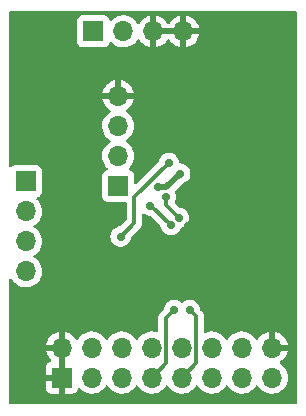
<source format=gbl>
G04 #@! TF.GenerationSoftware,KiCad,Pcbnew,(6.0.7)*
G04 #@! TF.CreationDate,2023-06-30T23:32:05-07:00*
G04 #@! TF.ProjectId,RFD900 Interface,52464439-3030-4204-996e-746572666163,rev?*
G04 #@! TF.SameCoordinates,Original*
G04 #@! TF.FileFunction,Copper,L2,Bot*
G04 #@! TF.FilePolarity,Positive*
%FSLAX46Y46*%
G04 Gerber Fmt 4.6, Leading zero omitted, Abs format (unit mm)*
G04 Created by KiCad (PCBNEW (6.0.7)) date 2023-06-30 23:32:05*
%MOMM*%
%LPD*%
G01*
G04 APERTURE LIST*
G04 #@! TA.AperFunction,ComponentPad*
%ADD10R,1.700000X1.700000*%
G04 #@! TD*
G04 #@! TA.AperFunction,ComponentPad*
%ADD11O,1.700000X1.700000*%
G04 #@! TD*
G04 #@! TA.AperFunction,ViaPad*
%ADD12C,0.700000*%
G04 #@! TD*
G04 #@! TA.AperFunction,Conductor*
%ADD13C,0.500000*%
G04 #@! TD*
G04 #@! TA.AperFunction,Conductor*
%ADD14C,0.300000*%
G04 #@! TD*
G04 APERTURE END LIST*
D10*
X27325000Y-40300000D03*
D11*
X27325000Y-42840000D03*
X27325000Y-45380000D03*
X27325000Y-47920000D03*
D10*
X35150000Y-40700000D03*
D11*
X35150000Y-38160000D03*
X35150000Y-35620000D03*
X35150000Y-33080000D03*
D10*
X33050000Y-27600000D03*
D11*
X35590000Y-27600000D03*
X38130000Y-27600000D03*
X40670000Y-27600000D03*
D10*
X30380000Y-56915000D03*
D11*
X30380000Y-54375000D03*
X32920000Y-56915000D03*
X32920000Y-54375000D03*
X35460000Y-56915000D03*
X35460000Y-54375000D03*
X38000000Y-56915000D03*
X38000000Y-54375000D03*
X40540000Y-56915000D03*
X40540000Y-54375000D03*
X43080000Y-56915000D03*
X43080000Y-54375000D03*
X45620000Y-56915000D03*
X45620000Y-54375000D03*
X48160000Y-56915000D03*
X48160000Y-54375000D03*
D12*
X44750000Y-38975000D03*
X49100000Y-31400000D03*
X34650000Y-47200000D03*
X40725000Y-37350000D03*
X43750000Y-46250000D03*
X32800000Y-40450000D03*
X27351580Y-26940180D03*
X35025000Y-50975000D03*
X49850000Y-31400000D03*
X32300000Y-32225000D03*
X40325000Y-34825000D03*
X37167653Y-45454986D03*
X33375000Y-39225000D03*
X31500000Y-32225000D03*
X44925000Y-42875000D03*
X41301752Y-42337491D03*
X43025000Y-28000000D03*
X45450000Y-43750000D03*
X37175000Y-36625000D03*
X41100000Y-44050000D03*
X49975000Y-39225000D03*
X40400000Y-39650000D03*
X38525000Y-40825000D03*
X39430791Y-38725000D03*
X35351068Y-44973932D03*
X39173942Y-41624500D03*
X41200000Y-51200500D03*
X40275000Y-43375000D03*
X39900000Y-51175000D03*
X37875000Y-42350000D03*
X39604400Y-44029646D03*
D13*
X39225000Y-40825000D02*
X40400000Y-39650000D01*
X38525000Y-40825000D02*
X39225000Y-40825000D01*
D14*
X36525000Y-41630791D02*
X39430791Y-38725000D01*
X36525000Y-43800000D02*
X36525000Y-41630791D01*
X35351068Y-44973932D02*
X36525000Y-43800000D01*
X41200000Y-51200500D02*
X41740000Y-51740500D01*
X41740000Y-51740500D02*
X41740000Y-55715000D01*
X39173942Y-42273942D02*
X40275000Y-43375000D01*
X41740000Y-55715000D02*
X40540000Y-56915000D01*
X39173942Y-41624500D02*
X39173942Y-42273942D01*
X37875000Y-42350000D02*
X37924754Y-42350000D01*
X39200000Y-51875000D02*
X39200000Y-55715000D01*
X39200000Y-55715000D02*
X38000000Y-56915000D01*
X39900000Y-51175000D02*
X39200000Y-51875000D01*
X37924754Y-42350000D02*
X39604400Y-44029646D01*
G04 #@! TA.AperFunction,Conductor*
G36*
X50233621Y-25928502D02*
G01*
X50280114Y-25982158D01*
X50291500Y-26034500D01*
X50291500Y-59055500D01*
X50271498Y-59123621D01*
X50217842Y-59170114D01*
X50165500Y-59181500D01*
X26034500Y-59181500D01*
X25966379Y-59161498D01*
X25919886Y-59107842D01*
X25908500Y-59055500D01*
X25908500Y-57809669D01*
X29022001Y-57809669D01*
X29022371Y-57816490D01*
X29027895Y-57867352D01*
X29031521Y-57882604D01*
X29076676Y-58003054D01*
X29085214Y-58018649D01*
X29161715Y-58120724D01*
X29174276Y-58133285D01*
X29276351Y-58209786D01*
X29291946Y-58218324D01*
X29412394Y-58263478D01*
X29427649Y-58267105D01*
X29478514Y-58272631D01*
X29485328Y-58273000D01*
X30107885Y-58273000D01*
X30123124Y-58268525D01*
X30124329Y-58267135D01*
X30126000Y-58259452D01*
X30126000Y-58254884D01*
X30634000Y-58254884D01*
X30638475Y-58270123D01*
X30639865Y-58271328D01*
X30647548Y-58272999D01*
X31274669Y-58272999D01*
X31281490Y-58272629D01*
X31332352Y-58267105D01*
X31347604Y-58263479D01*
X31468054Y-58218324D01*
X31483649Y-58209786D01*
X31585724Y-58133285D01*
X31598285Y-58120724D01*
X31674786Y-58018649D01*
X31683324Y-58003054D01*
X31724225Y-57893952D01*
X31766867Y-57837188D01*
X31833428Y-57812488D01*
X31902777Y-57827696D01*
X31937444Y-57855684D01*
X31962865Y-57885031D01*
X31962869Y-57885035D01*
X31966250Y-57888938D01*
X32138126Y-58031632D01*
X32331000Y-58144338D01*
X32539692Y-58224030D01*
X32544760Y-58225061D01*
X32544763Y-58225062D01*
X32652017Y-58246883D01*
X32758597Y-58268567D01*
X32763772Y-58268757D01*
X32763774Y-58268757D01*
X32976673Y-58276564D01*
X32976677Y-58276564D01*
X32981837Y-58276753D01*
X32986957Y-58276097D01*
X32986959Y-58276097D01*
X33198288Y-58249025D01*
X33198289Y-58249025D01*
X33203416Y-58248368D01*
X33208366Y-58246883D01*
X33412429Y-58185661D01*
X33412434Y-58185659D01*
X33417384Y-58184174D01*
X33617994Y-58085896D01*
X33799860Y-57956173D01*
X33958096Y-57798489D01*
X34088453Y-57617077D01*
X34089776Y-57618028D01*
X34136645Y-57574857D01*
X34206580Y-57562625D01*
X34272026Y-57590144D01*
X34299875Y-57621994D01*
X34359987Y-57720088D01*
X34506250Y-57888938D01*
X34678126Y-58031632D01*
X34871000Y-58144338D01*
X35079692Y-58224030D01*
X35084760Y-58225061D01*
X35084763Y-58225062D01*
X35192017Y-58246883D01*
X35298597Y-58268567D01*
X35303772Y-58268757D01*
X35303774Y-58268757D01*
X35516673Y-58276564D01*
X35516677Y-58276564D01*
X35521837Y-58276753D01*
X35526957Y-58276097D01*
X35526959Y-58276097D01*
X35738288Y-58249025D01*
X35738289Y-58249025D01*
X35743416Y-58248368D01*
X35748366Y-58246883D01*
X35952429Y-58185661D01*
X35952434Y-58185659D01*
X35957384Y-58184174D01*
X36157994Y-58085896D01*
X36339860Y-57956173D01*
X36498096Y-57798489D01*
X36628453Y-57617077D01*
X36629776Y-57618028D01*
X36676645Y-57574857D01*
X36746580Y-57562625D01*
X36812026Y-57590144D01*
X36839875Y-57621994D01*
X36899987Y-57720088D01*
X37046250Y-57888938D01*
X37218126Y-58031632D01*
X37411000Y-58144338D01*
X37619692Y-58224030D01*
X37624760Y-58225061D01*
X37624763Y-58225062D01*
X37732017Y-58246883D01*
X37838597Y-58268567D01*
X37843772Y-58268757D01*
X37843774Y-58268757D01*
X38056673Y-58276564D01*
X38056677Y-58276564D01*
X38061837Y-58276753D01*
X38066957Y-58276097D01*
X38066959Y-58276097D01*
X38278288Y-58249025D01*
X38278289Y-58249025D01*
X38283416Y-58248368D01*
X38288366Y-58246883D01*
X38492429Y-58185661D01*
X38492434Y-58185659D01*
X38497384Y-58184174D01*
X38697994Y-58085896D01*
X38879860Y-57956173D01*
X39038096Y-57798489D01*
X39168453Y-57617077D01*
X39169776Y-57618028D01*
X39216645Y-57574857D01*
X39286580Y-57562625D01*
X39352026Y-57590144D01*
X39379875Y-57621994D01*
X39439987Y-57720088D01*
X39586250Y-57888938D01*
X39758126Y-58031632D01*
X39951000Y-58144338D01*
X40159692Y-58224030D01*
X40164760Y-58225061D01*
X40164763Y-58225062D01*
X40272017Y-58246883D01*
X40378597Y-58268567D01*
X40383772Y-58268757D01*
X40383774Y-58268757D01*
X40596673Y-58276564D01*
X40596677Y-58276564D01*
X40601837Y-58276753D01*
X40606957Y-58276097D01*
X40606959Y-58276097D01*
X40818288Y-58249025D01*
X40818289Y-58249025D01*
X40823416Y-58248368D01*
X40828366Y-58246883D01*
X41032429Y-58185661D01*
X41032434Y-58185659D01*
X41037384Y-58184174D01*
X41237994Y-58085896D01*
X41419860Y-57956173D01*
X41578096Y-57798489D01*
X41708453Y-57617077D01*
X41709776Y-57618028D01*
X41756645Y-57574857D01*
X41826580Y-57562625D01*
X41892026Y-57590144D01*
X41919875Y-57621994D01*
X41979987Y-57720088D01*
X42126250Y-57888938D01*
X42298126Y-58031632D01*
X42491000Y-58144338D01*
X42699692Y-58224030D01*
X42704760Y-58225061D01*
X42704763Y-58225062D01*
X42812017Y-58246883D01*
X42918597Y-58268567D01*
X42923772Y-58268757D01*
X42923774Y-58268757D01*
X43136673Y-58276564D01*
X43136677Y-58276564D01*
X43141837Y-58276753D01*
X43146957Y-58276097D01*
X43146959Y-58276097D01*
X43358288Y-58249025D01*
X43358289Y-58249025D01*
X43363416Y-58248368D01*
X43368366Y-58246883D01*
X43572429Y-58185661D01*
X43572434Y-58185659D01*
X43577384Y-58184174D01*
X43777994Y-58085896D01*
X43959860Y-57956173D01*
X44118096Y-57798489D01*
X44248453Y-57617077D01*
X44249776Y-57618028D01*
X44296645Y-57574857D01*
X44366580Y-57562625D01*
X44432026Y-57590144D01*
X44459875Y-57621994D01*
X44519987Y-57720088D01*
X44666250Y-57888938D01*
X44838126Y-58031632D01*
X45031000Y-58144338D01*
X45239692Y-58224030D01*
X45244760Y-58225061D01*
X45244763Y-58225062D01*
X45352017Y-58246883D01*
X45458597Y-58268567D01*
X45463772Y-58268757D01*
X45463774Y-58268757D01*
X45676673Y-58276564D01*
X45676677Y-58276564D01*
X45681837Y-58276753D01*
X45686957Y-58276097D01*
X45686959Y-58276097D01*
X45898288Y-58249025D01*
X45898289Y-58249025D01*
X45903416Y-58248368D01*
X45908366Y-58246883D01*
X46112429Y-58185661D01*
X46112434Y-58185659D01*
X46117384Y-58184174D01*
X46317994Y-58085896D01*
X46499860Y-57956173D01*
X46658096Y-57798489D01*
X46788453Y-57617077D01*
X46789776Y-57618028D01*
X46836645Y-57574857D01*
X46906580Y-57562625D01*
X46972026Y-57590144D01*
X46999875Y-57621994D01*
X47059987Y-57720088D01*
X47206250Y-57888938D01*
X47378126Y-58031632D01*
X47571000Y-58144338D01*
X47779692Y-58224030D01*
X47784760Y-58225061D01*
X47784763Y-58225062D01*
X47892017Y-58246883D01*
X47998597Y-58268567D01*
X48003772Y-58268757D01*
X48003774Y-58268757D01*
X48216673Y-58276564D01*
X48216677Y-58276564D01*
X48221837Y-58276753D01*
X48226957Y-58276097D01*
X48226959Y-58276097D01*
X48438288Y-58249025D01*
X48438289Y-58249025D01*
X48443416Y-58248368D01*
X48448366Y-58246883D01*
X48652429Y-58185661D01*
X48652434Y-58185659D01*
X48657384Y-58184174D01*
X48857994Y-58085896D01*
X49039860Y-57956173D01*
X49198096Y-57798489D01*
X49328453Y-57617077D01*
X49349320Y-57574857D01*
X49425136Y-57421453D01*
X49425137Y-57421451D01*
X49427430Y-57416811D01*
X49492370Y-57203069D01*
X49521529Y-56981590D01*
X49523156Y-56915000D01*
X49504852Y-56692361D01*
X49450431Y-56475702D01*
X49361354Y-56270840D01*
X49240014Y-56083277D01*
X49089670Y-55918051D01*
X49085619Y-55914852D01*
X49085615Y-55914848D01*
X48918414Y-55782800D01*
X48918410Y-55782798D01*
X48914359Y-55779598D01*
X48872569Y-55756529D01*
X48822598Y-55706097D01*
X48807826Y-55636654D01*
X48832942Y-55570248D01*
X48860294Y-55543641D01*
X49035328Y-55418792D01*
X49043200Y-55412139D01*
X49194052Y-55261812D01*
X49200730Y-55253965D01*
X49325003Y-55081020D01*
X49330313Y-55072183D01*
X49424670Y-54881267D01*
X49428469Y-54871672D01*
X49490377Y-54667910D01*
X49492555Y-54657837D01*
X49493986Y-54646962D01*
X49491775Y-54632778D01*
X49478617Y-54629000D01*
X48032000Y-54629000D01*
X47963879Y-54608998D01*
X47917386Y-54555342D01*
X47906000Y-54503000D01*
X47906000Y-54102885D01*
X48414000Y-54102885D01*
X48418475Y-54118124D01*
X48419865Y-54119329D01*
X48427548Y-54121000D01*
X49478344Y-54121000D01*
X49491875Y-54117027D01*
X49493180Y-54107947D01*
X49451214Y-53940875D01*
X49447894Y-53931124D01*
X49362972Y-53735814D01*
X49358105Y-53726739D01*
X49242426Y-53547926D01*
X49236136Y-53539757D01*
X49092806Y-53382240D01*
X49085273Y-53375215D01*
X48918139Y-53243222D01*
X48909552Y-53237517D01*
X48723117Y-53134599D01*
X48713705Y-53130369D01*
X48512959Y-53059280D01*
X48502988Y-53056646D01*
X48431837Y-53043972D01*
X48418540Y-53045432D01*
X48414000Y-53059989D01*
X48414000Y-54102885D01*
X47906000Y-54102885D01*
X47906000Y-53058102D01*
X47902082Y-53044758D01*
X47887806Y-53042771D01*
X47849324Y-53048660D01*
X47839288Y-53051051D01*
X47636868Y-53117212D01*
X47627359Y-53121209D01*
X47438463Y-53219542D01*
X47429738Y-53225036D01*
X47259433Y-53352905D01*
X47251726Y-53359748D01*
X47104590Y-53513717D01*
X47098109Y-53521722D01*
X46993498Y-53675074D01*
X46938587Y-53720076D01*
X46868062Y-53728247D01*
X46804315Y-53696993D01*
X46783618Y-53672509D01*
X46702822Y-53547617D01*
X46702820Y-53547614D01*
X46700014Y-53543277D01*
X46549670Y-53378051D01*
X46545619Y-53374852D01*
X46545615Y-53374848D01*
X46378414Y-53242800D01*
X46378410Y-53242798D01*
X46374359Y-53239598D01*
X46338028Y-53219542D01*
X46299252Y-53198137D01*
X46178789Y-53131638D01*
X46173920Y-53129914D01*
X46173916Y-53129912D01*
X45973087Y-53058795D01*
X45973083Y-53058794D01*
X45968212Y-53057069D01*
X45963119Y-53056162D01*
X45963116Y-53056161D01*
X45753373Y-53018800D01*
X45753367Y-53018799D01*
X45748284Y-53017894D01*
X45674452Y-53016992D01*
X45530081Y-53015228D01*
X45530079Y-53015228D01*
X45524911Y-53015165D01*
X45304091Y-53048955D01*
X45091756Y-53118357D01*
X44893607Y-53221507D01*
X44889474Y-53224610D01*
X44889471Y-53224612D01*
X44865247Y-53242800D01*
X44714965Y-53355635D01*
X44560629Y-53517138D01*
X44453201Y-53674621D01*
X44398293Y-53719621D01*
X44327768Y-53727792D01*
X44264021Y-53696538D01*
X44243324Y-53672054D01*
X44162822Y-53547617D01*
X44162820Y-53547614D01*
X44160014Y-53543277D01*
X44009670Y-53378051D01*
X44005619Y-53374852D01*
X44005615Y-53374848D01*
X43838414Y-53242800D01*
X43838410Y-53242798D01*
X43834359Y-53239598D01*
X43798028Y-53219542D01*
X43759252Y-53198137D01*
X43638789Y-53131638D01*
X43633920Y-53129914D01*
X43633916Y-53129912D01*
X43433087Y-53058795D01*
X43433083Y-53058794D01*
X43428212Y-53057069D01*
X43423119Y-53056162D01*
X43423116Y-53056161D01*
X43213373Y-53018800D01*
X43213367Y-53018799D01*
X43208284Y-53017894D01*
X43134452Y-53016992D01*
X42990081Y-53015228D01*
X42990079Y-53015228D01*
X42984911Y-53015165D01*
X42764091Y-53048955D01*
X42584665Y-53107601D01*
X42563645Y-53114471D01*
X42492681Y-53116622D01*
X42431820Y-53080066D01*
X42400383Y-53016409D01*
X42398500Y-52994706D01*
X42398500Y-51822556D01*
X42399059Y-51810700D01*
X42399059Y-51810697D01*
X42400788Y-51802963D01*
X42398562Y-51732131D01*
X42398500Y-51728173D01*
X42398500Y-51699068D01*
X42397944Y-51694668D01*
X42397012Y-51682830D01*
X42396614Y-51670139D01*
X42395562Y-51636669D01*
X42389580Y-51616079D01*
X42385570Y-51596716D01*
X42383875Y-51583296D01*
X42383875Y-51583295D01*
X42382882Y-51575436D01*
X42379966Y-51568071D01*
X42379965Y-51568067D01*
X42365874Y-51532479D01*
X42362035Y-51521269D01*
X42349145Y-51476900D01*
X42338229Y-51458443D01*
X42329534Y-51440693D01*
X42321635Y-51420744D01*
X42294477Y-51383364D01*
X42287960Y-51373443D01*
X42285546Y-51369361D01*
X42264452Y-51333693D01*
X42249291Y-51318532D01*
X42236449Y-51303497D01*
X42223841Y-51286143D01*
X42188247Y-51256697D01*
X42179469Y-51248708D01*
X42086790Y-51156029D01*
X42052764Y-51093717D01*
X42050575Y-51080106D01*
X42045055Y-51027588D01*
X42045055Y-51027586D01*
X42044365Y-51021025D01*
X42038213Y-51002089D01*
X41990641Y-50855678D01*
X41988599Y-50849393D01*
X41898367Y-50693107D01*
X41777613Y-50558996D01*
X41770794Y-50554041D01*
X41636957Y-50456803D01*
X41636956Y-50456802D01*
X41631615Y-50452922D01*
X41625587Y-50450238D01*
X41625585Y-50450237D01*
X41472783Y-50382205D01*
X41472781Y-50382205D01*
X41466752Y-50379520D01*
X41378492Y-50360760D01*
X41296689Y-50343372D01*
X41296685Y-50343372D01*
X41290232Y-50342000D01*
X41109768Y-50342000D01*
X41103315Y-50343372D01*
X41103311Y-50343372D01*
X41021508Y-50360760D01*
X40933248Y-50379520D01*
X40927219Y-50382204D01*
X40927217Y-50382205D01*
X40774416Y-50450237D01*
X40774414Y-50450238D01*
X40768386Y-50452922D01*
X40650726Y-50538407D01*
X40639913Y-50546263D01*
X40573045Y-50570122D01*
X40503894Y-50554041D01*
X40481806Y-50538153D01*
X40477613Y-50533496D01*
X40331615Y-50427422D01*
X40325587Y-50424738D01*
X40325585Y-50424737D01*
X40172783Y-50356705D01*
X40172781Y-50356705D01*
X40166752Y-50354020D01*
X40078492Y-50335260D01*
X39996689Y-50317872D01*
X39996685Y-50317872D01*
X39990232Y-50316500D01*
X39809768Y-50316500D01*
X39803315Y-50317872D01*
X39803311Y-50317872D01*
X39721508Y-50335260D01*
X39633248Y-50354020D01*
X39627219Y-50356704D01*
X39627217Y-50356705D01*
X39474416Y-50424737D01*
X39474414Y-50424738D01*
X39468386Y-50427422D01*
X39463045Y-50431302D01*
X39463044Y-50431303D01*
X39327731Y-50529613D01*
X39327729Y-50529615D01*
X39322387Y-50533496D01*
X39317966Y-50538406D01*
X39317965Y-50538407D01*
X39310892Y-50546263D01*
X39201633Y-50667607D01*
X39111401Y-50823893D01*
X39055635Y-50995525D01*
X39054945Y-51002088D01*
X39054945Y-51002089D01*
X39049425Y-51054606D01*
X39022411Y-51120263D01*
X39013210Y-51130530D01*
X38792397Y-51351343D01*
X38783618Y-51359332D01*
X38783612Y-51359337D01*
X38776920Y-51363584D01*
X38729266Y-51414331D01*
X38728395Y-51415258D01*
X38725640Y-51418100D01*
X38705073Y-51438667D01*
X38702356Y-51442170D01*
X38694648Y-51451195D01*
X38663028Y-51484867D01*
X38659207Y-51491818D01*
X38659206Y-51491819D01*
X38652697Y-51503658D01*
X38641843Y-51520182D01*
X38641019Y-51521245D01*
X38628696Y-51537132D01*
X38625549Y-51544404D01*
X38625548Y-51544406D01*
X38610346Y-51579535D01*
X38605124Y-51590195D01*
X38582876Y-51630663D01*
X38577541Y-51651441D01*
X38571142Y-51670131D01*
X38562620Y-51689824D01*
X38556546Y-51728173D01*
X38555394Y-51735448D01*
X38552987Y-51747071D01*
X38541500Y-51791812D01*
X38541500Y-51813259D01*
X38539949Y-51832969D01*
X38536594Y-51854152D01*
X38537340Y-51862043D01*
X38540941Y-51900138D01*
X38541500Y-51911996D01*
X38541500Y-52947230D01*
X38521498Y-53015351D01*
X38467842Y-53061844D01*
X38397568Y-53071948D01*
X38373439Y-53066002D01*
X38353094Y-53058797D01*
X38353085Y-53058795D01*
X38348212Y-53057069D01*
X38343119Y-53056162D01*
X38343116Y-53056161D01*
X38133373Y-53018800D01*
X38133367Y-53018799D01*
X38128284Y-53017894D01*
X38054452Y-53016992D01*
X37910081Y-53015228D01*
X37910079Y-53015228D01*
X37904911Y-53015165D01*
X37684091Y-53048955D01*
X37471756Y-53118357D01*
X37273607Y-53221507D01*
X37269474Y-53224610D01*
X37269471Y-53224612D01*
X37245247Y-53242800D01*
X37094965Y-53355635D01*
X36940629Y-53517138D01*
X36833201Y-53674621D01*
X36778293Y-53719621D01*
X36707768Y-53727792D01*
X36644021Y-53696538D01*
X36623324Y-53672054D01*
X36542822Y-53547617D01*
X36542820Y-53547614D01*
X36540014Y-53543277D01*
X36389670Y-53378051D01*
X36385619Y-53374852D01*
X36385615Y-53374848D01*
X36218414Y-53242800D01*
X36218410Y-53242798D01*
X36214359Y-53239598D01*
X36178028Y-53219542D01*
X36139252Y-53198137D01*
X36018789Y-53131638D01*
X36013920Y-53129914D01*
X36013916Y-53129912D01*
X35813087Y-53058795D01*
X35813083Y-53058794D01*
X35808212Y-53057069D01*
X35803119Y-53056162D01*
X35803116Y-53056161D01*
X35593373Y-53018800D01*
X35593367Y-53018799D01*
X35588284Y-53017894D01*
X35514452Y-53016992D01*
X35370081Y-53015228D01*
X35370079Y-53015228D01*
X35364911Y-53015165D01*
X35144091Y-53048955D01*
X34931756Y-53118357D01*
X34733607Y-53221507D01*
X34729474Y-53224610D01*
X34729471Y-53224612D01*
X34705247Y-53242800D01*
X34554965Y-53355635D01*
X34400629Y-53517138D01*
X34293201Y-53674621D01*
X34238293Y-53719621D01*
X34167768Y-53727792D01*
X34104021Y-53696538D01*
X34083324Y-53672054D01*
X34002822Y-53547617D01*
X34002820Y-53547614D01*
X34000014Y-53543277D01*
X33849670Y-53378051D01*
X33845619Y-53374852D01*
X33845615Y-53374848D01*
X33678414Y-53242800D01*
X33678410Y-53242798D01*
X33674359Y-53239598D01*
X33638028Y-53219542D01*
X33599252Y-53198137D01*
X33478789Y-53131638D01*
X33473920Y-53129914D01*
X33473916Y-53129912D01*
X33273087Y-53058795D01*
X33273083Y-53058794D01*
X33268212Y-53057069D01*
X33263119Y-53056162D01*
X33263116Y-53056161D01*
X33053373Y-53018800D01*
X33053367Y-53018799D01*
X33048284Y-53017894D01*
X32974452Y-53016992D01*
X32830081Y-53015228D01*
X32830079Y-53015228D01*
X32824911Y-53015165D01*
X32604091Y-53048955D01*
X32391756Y-53118357D01*
X32193607Y-53221507D01*
X32189474Y-53224610D01*
X32189471Y-53224612D01*
X32165247Y-53242800D01*
X32014965Y-53355635D01*
X31860629Y-53517138D01*
X31857720Y-53521403D01*
X31857714Y-53521411D01*
X31845404Y-53539457D01*
X31753204Y-53674618D01*
X31752898Y-53675066D01*
X31697987Y-53720069D01*
X31627462Y-53728240D01*
X31563715Y-53696986D01*
X31543018Y-53672502D01*
X31462426Y-53547926D01*
X31456136Y-53539757D01*
X31312806Y-53382240D01*
X31305273Y-53375215D01*
X31138139Y-53243222D01*
X31129552Y-53237517D01*
X30943117Y-53134599D01*
X30933705Y-53130369D01*
X30732959Y-53059280D01*
X30722988Y-53056646D01*
X30651837Y-53043972D01*
X30638540Y-53045432D01*
X30634000Y-53059989D01*
X30634000Y-58254884D01*
X30126000Y-58254884D01*
X30126000Y-57187115D01*
X30121525Y-57171876D01*
X30120135Y-57170671D01*
X30112452Y-57169000D01*
X29040116Y-57169000D01*
X29024877Y-57173475D01*
X29023672Y-57174865D01*
X29022001Y-57182548D01*
X29022001Y-57809669D01*
X25908500Y-57809669D01*
X25908500Y-56642885D01*
X29022000Y-56642885D01*
X29026475Y-56658124D01*
X29027865Y-56659329D01*
X29035548Y-56661000D01*
X30107885Y-56661000D01*
X30123124Y-56656525D01*
X30124329Y-56655135D01*
X30126000Y-56647452D01*
X30126000Y-54647115D01*
X30121525Y-54631876D01*
X30120135Y-54630671D01*
X30112452Y-54629000D01*
X29063225Y-54629000D01*
X29049694Y-54632973D01*
X29048257Y-54642966D01*
X29078565Y-54777446D01*
X29081645Y-54787275D01*
X29161770Y-54984603D01*
X29166413Y-54993794D01*
X29277694Y-55175388D01*
X29283777Y-55183699D01*
X29423213Y-55344667D01*
X29430578Y-55351881D01*
X29435966Y-55356354D01*
X29475599Y-55415258D01*
X29477095Y-55486239D01*
X29439978Y-55546761D01*
X29399707Y-55571278D01*
X29291948Y-55611675D01*
X29276351Y-55620214D01*
X29174276Y-55696715D01*
X29161715Y-55709276D01*
X29085214Y-55811351D01*
X29076676Y-55826946D01*
X29031522Y-55947394D01*
X29027895Y-55962649D01*
X29022369Y-56013514D01*
X29022000Y-56020328D01*
X29022000Y-56642885D01*
X25908500Y-56642885D01*
X25908500Y-54109183D01*
X29044389Y-54109183D01*
X29045912Y-54117607D01*
X29058292Y-54121000D01*
X30107885Y-54121000D01*
X30123124Y-54116525D01*
X30124329Y-54115135D01*
X30126000Y-54107452D01*
X30126000Y-53058102D01*
X30122082Y-53044758D01*
X30107806Y-53042771D01*
X30069324Y-53048660D01*
X30059288Y-53051051D01*
X29856868Y-53117212D01*
X29847359Y-53121209D01*
X29658463Y-53219542D01*
X29649738Y-53225036D01*
X29479433Y-53352905D01*
X29471726Y-53359748D01*
X29324590Y-53513717D01*
X29318104Y-53521727D01*
X29198098Y-53697649D01*
X29193000Y-53706623D01*
X29103338Y-53899783D01*
X29099775Y-53909470D01*
X29044389Y-54109183D01*
X25908500Y-54109183D01*
X25908500Y-48655391D01*
X25928502Y-48587270D01*
X25982158Y-48540777D01*
X26052432Y-48530673D01*
X26117012Y-48560167D01*
X26141933Y-48589556D01*
X26224987Y-48725088D01*
X26371250Y-48893938D01*
X26543126Y-49036632D01*
X26736000Y-49149338D01*
X26944692Y-49229030D01*
X26949760Y-49230061D01*
X26949763Y-49230062D01*
X27057017Y-49251883D01*
X27163597Y-49273567D01*
X27168772Y-49273757D01*
X27168774Y-49273757D01*
X27381673Y-49281564D01*
X27381677Y-49281564D01*
X27386837Y-49281753D01*
X27391957Y-49281097D01*
X27391959Y-49281097D01*
X27603288Y-49254025D01*
X27603289Y-49254025D01*
X27608416Y-49253368D01*
X27613366Y-49251883D01*
X27817429Y-49190661D01*
X27817434Y-49190659D01*
X27822384Y-49189174D01*
X28022994Y-49090896D01*
X28204860Y-48961173D01*
X28363096Y-48803489D01*
X28493453Y-48622077D01*
X28538628Y-48530673D01*
X28590136Y-48426453D01*
X28590137Y-48426451D01*
X28592430Y-48421811D01*
X28657370Y-48208069D01*
X28686529Y-47986590D01*
X28688156Y-47920000D01*
X28669852Y-47697361D01*
X28615431Y-47480702D01*
X28526354Y-47275840D01*
X28405014Y-47088277D01*
X28254670Y-46923051D01*
X28250619Y-46919852D01*
X28250615Y-46919848D01*
X28083414Y-46787800D01*
X28083410Y-46787798D01*
X28079359Y-46784598D01*
X28038053Y-46761796D01*
X27988084Y-46711364D01*
X27973312Y-46641921D01*
X27998428Y-46575516D01*
X28025780Y-46548909D01*
X28069603Y-46517650D01*
X28204860Y-46421173D01*
X28363096Y-46263489D01*
X28493453Y-46082077D01*
X28538628Y-45990673D01*
X28590136Y-45886453D01*
X28590137Y-45886451D01*
X28592430Y-45881811D01*
X28641133Y-45721510D01*
X28655865Y-45673023D01*
X28655865Y-45673021D01*
X28657370Y-45668069D01*
X28686529Y-45446590D01*
X28688156Y-45380000D01*
X28669852Y-45157361D01*
X28615431Y-44940702D01*
X28526354Y-44735840D01*
X28405014Y-44548277D01*
X28254670Y-44383051D01*
X28250619Y-44379852D01*
X28250615Y-44379848D01*
X28083414Y-44247800D01*
X28083410Y-44247798D01*
X28079359Y-44244598D01*
X28038053Y-44221796D01*
X27988084Y-44171364D01*
X27973312Y-44101921D01*
X27998428Y-44035516D01*
X28025780Y-44008909D01*
X28070031Y-43977345D01*
X28204860Y-43881173D01*
X28363096Y-43723489D01*
X28493453Y-43542077D01*
X28538628Y-43450673D01*
X28590136Y-43346453D01*
X28590137Y-43346451D01*
X28592430Y-43341811D01*
X28657370Y-43128069D01*
X28686529Y-42906590D01*
X28687342Y-42873325D01*
X28688074Y-42843365D01*
X28688074Y-42843361D01*
X28688156Y-42840000D01*
X28669852Y-42617361D01*
X28615431Y-42400702D01*
X28526354Y-42195840D01*
X28405014Y-42008277D01*
X28401532Y-42004450D01*
X28257798Y-41846488D01*
X28226746Y-41782642D01*
X28235141Y-41712143D01*
X28280317Y-41657375D01*
X28306761Y-41643706D01*
X28413297Y-41603767D01*
X28421705Y-41600615D01*
X28538261Y-41513261D01*
X28625615Y-41396705D01*
X28676745Y-41260316D01*
X28683500Y-41198134D01*
X28683500Y-39401866D01*
X28676745Y-39339684D01*
X28625615Y-39203295D01*
X28538261Y-39086739D01*
X28421705Y-38999385D01*
X28285316Y-38948255D01*
X28223134Y-38941500D01*
X26426866Y-38941500D01*
X26364684Y-38948255D01*
X26228295Y-38999385D01*
X26111739Y-39086739D01*
X26109834Y-39084197D01*
X26061283Y-39110708D01*
X25990468Y-39105643D01*
X25933632Y-39063096D01*
X25908821Y-38996576D01*
X25908500Y-38987587D01*
X25908500Y-38126695D01*
X33787251Y-38126695D01*
X33787548Y-38131848D01*
X33787548Y-38131851D01*
X33793011Y-38226590D01*
X33800110Y-38349715D01*
X33801247Y-38354761D01*
X33801248Y-38354767D01*
X33806975Y-38380178D01*
X33849222Y-38567639D01*
X33933266Y-38774616D01*
X33944453Y-38792872D01*
X34041372Y-38951029D01*
X34049987Y-38965088D01*
X34196250Y-39133938D01*
X34200230Y-39137242D01*
X34204981Y-39141187D01*
X34244616Y-39200090D01*
X34246113Y-39271071D01*
X34208997Y-39331593D01*
X34168724Y-39356112D01*
X34053295Y-39399385D01*
X33936739Y-39486739D01*
X33849385Y-39603295D01*
X33798255Y-39739684D01*
X33791500Y-39801866D01*
X33791500Y-41598134D01*
X33798255Y-41660316D01*
X33849385Y-41796705D01*
X33936739Y-41913261D01*
X34053295Y-42000615D01*
X34189684Y-42051745D01*
X34251866Y-42058500D01*
X35740500Y-42058500D01*
X35808621Y-42078502D01*
X35855114Y-42132158D01*
X35866500Y-42184500D01*
X35866500Y-43475050D01*
X35846498Y-43543171D01*
X35829595Y-43564145D01*
X35309417Y-44084323D01*
X35246519Y-44118475D01*
X35227216Y-44122578D01*
X35084316Y-44152952D01*
X35078287Y-44155636D01*
X35078285Y-44155637D01*
X34925484Y-44223669D01*
X34925482Y-44223670D01*
X34919454Y-44226354D01*
X34914113Y-44230234D01*
X34914112Y-44230235D01*
X34778799Y-44328545D01*
X34778797Y-44328547D01*
X34773455Y-44332428D01*
X34769034Y-44337338D01*
X34769033Y-44337339D01*
X34744692Y-44364373D01*
X34652701Y-44466539D01*
X34562469Y-44622825D01*
X34560427Y-44629110D01*
X34521376Y-44749299D01*
X34506703Y-44794457D01*
X34487839Y-44973932D01*
X34506703Y-45153407D01*
X34508743Y-45159685D01*
X34508743Y-45159686D01*
X34539893Y-45255557D01*
X34562469Y-45325039D01*
X34652701Y-45481325D01*
X34773455Y-45615436D01*
X34778797Y-45619317D01*
X34778799Y-45619319D01*
X34914111Y-45717629D01*
X34919453Y-45721510D01*
X34925481Y-45724194D01*
X34925483Y-45724195D01*
X35078285Y-45792227D01*
X35084316Y-45794912D01*
X35172576Y-45813672D01*
X35254379Y-45831060D01*
X35254383Y-45831060D01*
X35260836Y-45832432D01*
X35441300Y-45832432D01*
X35447753Y-45831060D01*
X35447757Y-45831060D01*
X35529560Y-45813672D01*
X35617820Y-45794912D01*
X35623851Y-45792227D01*
X35776653Y-45724195D01*
X35776655Y-45724194D01*
X35782683Y-45721510D01*
X35788025Y-45717629D01*
X35923337Y-45619319D01*
X35923339Y-45619317D01*
X35928681Y-45615436D01*
X36049435Y-45481325D01*
X36139667Y-45325039D01*
X36162243Y-45255557D01*
X36193393Y-45159686D01*
X36193393Y-45159685D01*
X36195433Y-45153407D01*
X36201643Y-45094326D01*
X36228657Y-45028669D01*
X36237858Y-45018402D01*
X36932605Y-44323655D01*
X36941385Y-44315665D01*
X36941387Y-44315663D01*
X36948080Y-44311416D01*
X36996605Y-44259742D01*
X36999359Y-44256901D01*
X37019927Y-44236333D01*
X37022647Y-44232826D01*
X37030353Y-44223804D01*
X37056544Y-44195913D01*
X37061972Y-44190133D01*
X37065794Y-44183181D01*
X37072303Y-44171342D01*
X37083157Y-44154818D01*
X37091445Y-44144132D01*
X37096304Y-44137868D01*
X37101759Y-44125263D01*
X37114654Y-44095465D01*
X37119876Y-44084805D01*
X37138305Y-44051284D01*
X37138306Y-44051282D01*
X37142124Y-44044337D01*
X37147459Y-44023559D01*
X37153858Y-44004869D01*
X37162380Y-43985176D01*
X37169606Y-43939552D01*
X37172013Y-43927929D01*
X37181528Y-43890868D01*
X37183500Y-43883188D01*
X37183500Y-43861741D01*
X37185051Y-43842031D01*
X37187166Y-43828677D01*
X37188406Y-43820848D01*
X37184059Y-43774859D01*
X37183500Y-43763004D01*
X37183500Y-43156049D01*
X37203502Y-43087928D01*
X37257158Y-43041435D01*
X37327432Y-43031331D01*
X37383560Y-43054113D01*
X37443385Y-43097578D01*
X37449413Y-43100262D01*
X37449415Y-43100263D01*
X37602217Y-43168295D01*
X37608248Y-43170980D01*
X37694184Y-43189246D01*
X37778311Y-43207128D01*
X37778315Y-43207128D01*
X37784768Y-43208500D01*
X37799804Y-43208500D01*
X37867925Y-43228502D01*
X37888899Y-43245405D01*
X38717610Y-44074116D01*
X38751636Y-44136428D01*
X38753825Y-44150040D01*
X38760035Y-44209121D01*
X38762075Y-44215399D01*
X38762075Y-44215400D01*
X38764762Y-44223669D01*
X38815801Y-44380753D01*
X38819104Y-44386475D01*
X38819105Y-44386476D01*
X38851089Y-44441873D01*
X38906033Y-44537039D01*
X38910451Y-44541946D01*
X38910452Y-44541947D01*
X39022365Y-44666239D01*
X39026787Y-44671150D01*
X39032129Y-44675031D01*
X39032131Y-44675033D01*
X39153509Y-44763219D01*
X39172785Y-44777224D01*
X39178813Y-44779908D01*
X39178815Y-44779909D01*
X39331617Y-44847941D01*
X39337648Y-44850626D01*
X39425908Y-44869386D01*
X39507711Y-44886774D01*
X39507715Y-44886774D01*
X39514168Y-44888146D01*
X39694632Y-44888146D01*
X39701085Y-44886774D01*
X39701089Y-44886774D01*
X39782892Y-44869386D01*
X39871152Y-44850626D01*
X39877183Y-44847941D01*
X40029985Y-44779909D01*
X40029987Y-44779908D01*
X40036015Y-44777224D01*
X40055291Y-44763219D01*
X40176669Y-44675033D01*
X40176671Y-44675031D01*
X40182013Y-44671150D01*
X40186435Y-44666239D01*
X40298348Y-44541947D01*
X40298349Y-44541946D01*
X40302767Y-44537039D01*
X40357711Y-44441873D01*
X40389695Y-44386476D01*
X40389696Y-44386475D01*
X40392999Y-44380753D01*
X40400545Y-44357530D01*
X40423973Y-44285423D01*
X40464046Y-44226817D01*
X40517612Y-44201111D01*
X40541752Y-44195980D01*
X40658204Y-44144132D01*
X40700585Y-44125263D01*
X40700587Y-44125262D01*
X40706615Y-44122578D01*
X40711957Y-44118697D01*
X40847269Y-44020387D01*
X40847271Y-44020385D01*
X40852613Y-44016504D01*
X40857035Y-44011593D01*
X40968948Y-43887301D01*
X40968949Y-43887300D01*
X40973367Y-43882393D01*
X41038865Y-43768947D01*
X41060295Y-43731830D01*
X41060296Y-43731829D01*
X41063599Y-43726107D01*
X41119365Y-43554475D01*
X41138229Y-43375000D01*
X41119365Y-43195525D01*
X41097448Y-43128069D01*
X41065641Y-43030178D01*
X41063599Y-43023893D01*
X40973367Y-42867607D01*
X40951540Y-42843365D01*
X40857035Y-42738407D01*
X40857034Y-42738406D01*
X40852613Y-42733496D01*
X40706615Y-42627422D01*
X40700587Y-42624738D01*
X40700585Y-42624737D01*
X40547783Y-42556705D01*
X40547781Y-42556705D01*
X40541752Y-42554020D01*
X40414483Y-42526969D01*
X40379549Y-42519543D01*
X40316651Y-42485391D01*
X39973926Y-42142666D01*
X39939900Y-42080354D01*
X39944965Y-42009539D01*
X39953900Y-41990574D01*
X39959237Y-41981329D01*
X39962541Y-41975607D01*
X40018307Y-41803975D01*
X40037171Y-41624500D01*
X40018307Y-41445025D01*
X39981711Y-41332393D01*
X39964582Y-41279673D01*
X39964580Y-41279669D01*
X39962541Y-41273393D01*
X39962072Y-41272581D01*
X39952915Y-41204299D01*
X39983020Y-41140001D01*
X39988362Y-41134319D01*
X40624141Y-40498540D01*
X40667259Y-40472118D01*
X40666752Y-40470980D01*
X40825585Y-40400263D01*
X40825587Y-40400262D01*
X40831615Y-40397578D01*
X40977613Y-40291504D01*
X41098367Y-40157393D01*
X41188599Y-40001107D01*
X41244365Y-39829475D01*
X41263229Y-39650000D01*
X41244365Y-39470525D01*
X41223001Y-39404771D01*
X41206816Y-39354960D01*
X41188599Y-39298893D01*
X41098367Y-39142607D01*
X41093537Y-39137242D01*
X40982035Y-39013407D01*
X40982034Y-39013406D01*
X40977613Y-39008496D01*
X40960735Y-38996233D01*
X40836957Y-38906303D01*
X40836956Y-38906302D01*
X40831615Y-38902422D01*
X40825587Y-38899738D01*
X40825585Y-38899737D01*
X40672783Y-38831705D01*
X40672781Y-38831705D01*
X40666752Y-38829020D01*
X40578492Y-38810260D01*
X40496689Y-38792872D01*
X40496685Y-38792872D01*
X40490232Y-38791500D01*
X40414461Y-38791500D01*
X40346340Y-38771498D01*
X40299847Y-38717842D01*
X40289151Y-38678671D01*
X40275846Y-38552089D01*
X40275846Y-38552088D01*
X40275156Y-38545525D01*
X40219390Y-38373893D01*
X40129158Y-38217607D01*
X40077289Y-38160000D01*
X40012826Y-38088407D01*
X40012825Y-38088406D01*
X40008404Y-38083496D01*
X39862406Y-37977422D01*
X39856378Y-37974738D01*
X39856376Y-37974737D01*
X39703574Y-37906705D01*
X39703572Y-37906705D01*
X39697543Y-37904020D01*
X39609283Y-37885260D01*
X39527480Y-37867872D01*
X39527476Y-37867872D01*
X39521023Y-37866500D01*
X39340559Y-37866500D01*
X39334106Y-37867872D01*
X39334102Y-37867872D01*
X39252299Y-37885260D01*
X39164039Y-37904020D01*
X39158010Y-37906704D01*
X39158008Y-37906705D01*
X39005207Y-37974737D01*
X39005205Y-37974738D01*
X38999177Y-37977422D01*
X38993836Y-37981302D01*
X38993835Y-37981303D01*
X38858522Y-38079613D01*
X38858520Y-38079615D01*
X38853178Y-38083496D01*
X38848757Y-38088406D01*
X38848756Y-38088407D01*
X38784294Y-38160000D01*
X38732424Y-38217607D01*
X38642192Y-38373893D01*
X38586426Y-38545525D01*
X38585736Y-38552088D01*
X38585736Y-38552089D01*
X38580216Y-38604606D01*
X38553202Y-38670263D01*
X38544001Y-38680530D01*
X36723595Y-40500936D01*
X36661283Y-40534962D01*
X36590468Y-40529897D01*
X36533632Y-40487350D01*
X36508821Y-40420830D01*
X36508500Y-40411841D01*
X36508500Y-39801866D01*
X36501745Y-39739684D01*
X36450615Y-39603295D01*
X36363261Y-39486739D01*
X36246705Y-39399385D01*
X36234132Y-39394672D01*
X36128203Y-39354960D01*
X36071439Y-39312318D01*
X36046739Y-39245756D01*
X36061947Y-39176408D01*
X36083493Y-39147727D01*
X36137489Y-39093919D01*
X36188096Y-39043489D01*
X36228266Y-38987587D01*
X36315435Y-38866277D01*
X36318453Y-38862077D01*
X36409098Y-38678671D01*
X36415136Y-38666453D01*
X36415137Y-38666451D01*
X36417430Y-38661811D01*
X36482370Y-38448069D01*
X36511529Y-38226590D01*
X36511611Y-38223240D01*
X36513074Y-38163365D01*
X36513074Y-38163361D01*
X36513156Y-38160000D01*
X36494852Y-37937361D01*
X36440431Y-37720702D01*
X36351354Y-37515840D01*
X36230014Y-37328277D01*
X36079670Y-37163051D01*
X36075619Y-37159852D01*
X36075615Y-37159848D01*
X35908414Y-37027800D01*
X35908410Y-37027798D01*
X35904359Y-37024598D01*
X35863053Y-37001796D01*
X35813084Y-36951364D01*
X35798312Y-36881921D01*
X35823428Y-36815516D01*
X35850780Y-36788909D01*
X35894603Y-36757650D01*
X36029860Y-36661173D01*
X36188096Y-36503489D01*
X36247594Y-36420689D01*
X36315435Y-36326277D01*
X36318453Y-36322077D01*
X36417430Y-36121811D01*
X36482370Y-35908069D01*
X36511529Y-35686590D01*
X36513156Y-35620000D01*
X36494852Y-35397361D01*
X36440431Y-35180702D01*
X36351354Y-34975840D01*
X36230014Y-34788277D01*
X36079670Y-34623051D01*
X36075619Y-34619852D01*
X36075615Y-34619848D01*
X35908414Y-34487800D01*
X35908410Y-34487798D01*
X35904359Y-34484598D01*
X35862569Y-34461529D01*
X35812598Y-34411097D01*
X35797826Y-34341654D01*
X35822942Y-34275248D01*
X35850294Y-34248641D01*
X36025328Y-34123792D01*
X36033200Y-34117139D01*
X36184052Y-33966812D01*
X36190730Y-33958965D01*
X36315003Y-33786020D01*
X36320313Y-33777183D01*
X36414670Y-33586267D01*
X36418469Y-33576672D01*
X36480377Y-33372910D01*
X36482555Y-33362837D01*
X36483986Y-33351962D01*
X36481775Y-33337778D01*
X36468617Y-33334000D01*
X33833225Y-33334000D01*
X33819694Y-33337973D01*
X33818257Y-33347966D01*
X33848565Y-33482446D01*
X33851645Y-33492275D01*
X33931770Y-33689603D01*
X33936413Y-33698794D01*
X34047694Y-33880388D01*
X34053777Y-33888699D01*
X34193213Y-34049667D01*
X34200580Y-34056883D01*
X34364434Y-34192916D01*
X34372881Y-34198831D01*
X34441969Y-34239203D01*
X34490693Y-34290842D01*
X34503764Y-34360625D01*
X34477033Y-34426396D01*
X34436584Y-34459752D01*
X34423607Y-34466507D01*
X34419474Y-34469610D01*
X34419471Y-34469612D01*
X34395247Y-34487800D01*
X34244965Y-34600635D01*
X34090629Y-34762138D01*
X33964743Y-34946680D01*
X33870688Y-35149305D01*
X33810989Y-35364570D01*
X33787251Y-35586695D01*
X33787548Y-35591848D01*
X33787548Y-35591851D01*
X33793011Y-35686590D01*
X33800110Y-35809715D01*
X33801247Y-35814761D01*
X33801248Y-35814767D01*
X33821119Y-35902939D01*
X33849222Y-36027639D01*
X33933266Y-36234616D01*
X34049987Y-36425088D01*
X34196250Y-36593938D01*
X34368126Y-36736632D01*
X34438595Y-36777811D01*
X34441445Y-36779476D01*
X34490169Y-36831114D01*
X34503240Y-36900897D01*
X34476509Y-36966669D01*
X34436055Y-37000027D01*
X34423607Y-37006507D01*
X34419474Y-37009610D01*
X34419471Y-37009612D01*
X34395247Y-37027800D01*
X34244965Y-37140635D01*
X34090629Y-37302138D01*
X33964743Y-37486680D01*
X33870688Y-37689305D01*
X33810989Y-37904570D01*
X33787251Y-38126695D01*
X25908500Y-38126695D01*
X25908500Y-32814183D01*
X33814389Y-32814183D01*
X33815912Y-32822607D01*
X33828292Y-32826000D01*
X34877885Y-32826000D01*
X34893124Y-32821525D01*
X34894329Y-32820135D01*
X34896000Y-32812452D01*
X34896000Y-32807885D01*
X35404000Y-32807885D01*
X35408475Y-32823124D01*
X35409865Y-32824329D01*
X35417548Y-32826000D01*
X36468344Y-32826000D01*
X36481875Y-32822027D01*
X36483180Y-32812947D01*
X36441214Y-32645875D01*
X36437894Y-32636124D01*
X36352972Y-32440814D01*
X36348105Y-32431739D01*
X36232426Y-32252926D01*
X36226136Y-32244757D01*
X36082806Y-32087240D01*
X36075273Y-32080215D01*
X35908139Y-31948222D01*
X35899552Y-31942517D01*
X35713117Y-31839599D01*
X35703705Y-31835369D01*
X35502959Y-31764280D01*
X35492988Y-31761646D01*
X35421837Y-31748972D01*
X35408540Y-31750432D01*
X35404000Y-31764989D01*
X35404000Y-32807885D01*
X34896000Y-32807885D01*
X34896000Y-31763102D01*
X34892082Y-31749758D01*
X34877806Y-31747771D01*
X34839324Y-31753660D01*
X34829288Y-31756051D01*
X34626868Y-31822212D01*
X34617359Y-31826209D01*
X34428463Y-31924542D01*
X34419738Y-31930036D01*
X34249433Y-32057905D01*
X34241726Y-32064748D01*
X34094590Y-32218717D01*
X34088104Y-32226727D01*
X33968098Y-32402649D01*
X33963000Y-32411623D01*
X33873338Y-32604783D01*
X33869775Y-32614470D01*
X33814389Y-32814183D01*
X25908500Y-32814183D01*
X25908500Y-28498134D01*
X31691500Y-28498134D01*
X31698255Y-28560316D01*
X31749385Y-28696705D01*
X31836739Y-28813261D01*
X31953295Y-28900615D01*
X32089684Y-28951745D01*
X32151866Y-28958500D01*
X33948134Y-28958500D01*
X34010316Y-28951745D01*
X34146705Y-28900615D01*
X34263261Y-28813261D01*
X34350615Y-28696705D01*
X34372799Y-28637529D01*
X34394598Y-28579382D01*
X34437240Y-28522618D01*
X34503802Y-28497918D01*
X34573150Y-28513126D01*
X34607817Y-28541114D01*
X34636250Y-28573938D01*
X34808126Y-28716632D01*
X35001000Y-28829338D01*
X35209692Y-28909030D01*
X35214760Y-28910061D01*
X35214763Y-28910062D01*
X35309862Y-28929410D01*
X35428597Y-28953567D01*
X35433772Y-28953757D01*
X35433774Y-28953757D01*
X35646673Y-28961564D01*
X35646677Y-28961564D01*
X35651837Y-28961753D01*
X35656957Y-28961097D01*
X35656959Y-28961097D01*
X35868288Y-28934025D01*
X35868289Y-28934025D01*
X35873416Y-28933368D01*
X35878366Y-28931883D01*
X36082429Y-28870661D01*
X36082434Y-28870659D01*
X36087384Y-28869174D01*
X36287994Y-28770896D01*
X36469860Y-28641173D01*
X36628096Y-28483489D01*
X36758453Y-28302077D01*
X36759640Y-28302930D01*
X36806960Y-28259362D01*
X36876897Y-28247145D01*
X36942338Y-28274678D01*
X36970166Y-28306511D01*
X37027694Y-28400388D01*
X37033777Y-28408699D01*
X37173213Y-28569667D01*
X37180580Y-28576883D01*
X37344434Y-28712916D01*
X37352881Y-28718831D01*
X37536756Y-28826279D01*
X37546042Y-28830729D01*
X37745001Y-28906703D01*
X37754899Y-28909579D01*
X37858250Y-28930606D01*
X37872299Y-28929410D01*
X37876000Y-28919065D01*
X37876000Y-28918517D01*
X38384000Y-28918517D01*
X38388064Y-28932359D01*
X38401478Y-28934393D01*
X38408184Y-28933534D01*
X38418262Y-28931392D01*
X38622255Y-28870191D01*
X38631842Y-28866433D01*
X38823095Y-28772739D01*
X38831945Y-28767464D01*
X39005328Y-28643792D01*
X39013200Y-28637139D01*
X39164052Y-28486812D01*
X39170730Y-28478965D01*
X39298022Y-28301819D01*
X39299147Y-28302627D01*
X39346669Y-28258876D01*
X39416607Y-28246661D01*
X39482046Y-28274197D01*
X39509870Y-28306028D01*
X39567690Y-28400383D01*
X39573777Y-28408699D01*
X39713213Y-28569667D01*
X39720580Y-28576883D01*
X39884434Y-28712916D01*
X39892881Y-28718831D01*
X40076756Y-28826279D01*
X40086042Y-28830729D01*
X40285001Y-28906703D01*
X40294899Y-28909579D01*
X40398250Y-28930606D01*
X40412299Y-28929410D01*
X40416000Y-28919065D01*
X40416000Y-28918517D01*
X40924000Y-28918517D01*
X40928064Y-28932359D01*
X40941478Y-28934393D01*
X40948184Y-28933534D01*
X40958262Y-28931392D01*
X41162255Y-28870191D01*
X41171842Y-28866433D01*
X41363095Y-28772739D01*
X41371945Y-28767464D01*
X41545328Y-28643792D01*
X41553200Y-28637139D01*
X41704052Y-28486812D01*
X41710730Y-28478965D01*
X41835003Y-28306020D01*
X41840313Y-28297183D01*
X41934670Y-28106267D01*
X41938469Y-28096672D01*
X42000377Y-27892910D01*
X42002555Y-27882837D01*
X42003986Y-27871962D01*
X42001775Y-27857778D01*
X41988617Y-27854000D01*
X40942115Y-27854000D01*
X40926876Y-27858475D01*
X40925671Y-27859865D01*
X40924000Y-27867548D01*
X40924000Y-28918517D01*
X40416000Y-28918517D01*
X40416000Y-27872115D01*
X40411525Y-27856876D01*
X40410135Y-27855671D01*
X40402452Y-27854000D01*
X38402115Y-27854000D01*
X38386876Y-27858475D01*
X38385671Y-27859865D01*
X38384000Y-27867548D01*
X38384000Y-28918517D01*
X37876000Y-28918517D01*
X37876000Y-27327885D01*
X38384000Y-27327885D01*
X38388475Y-27343124D01*
X38389865Y-27344329D01*
X38397548Y-27346000D01*
X40397885Y-27346000D01*
X40413124Y-27341525D01*
X40414329Y-27340135D01*
X40416000Y-27332452D01*
X40416000Y-27327885D01*
X40924000Y-27327885D01*
X40928475Y-27343124D01*
X40929865Y-27344329D01*
X40937548Y-27346000D01*
X41988344Y-27346000D01*
X42001875Y-27342027D01*
X42003180Y-27332947D01*
X41961214Y-27165875D01*
X41957894Y-27156124D01*
X41872972Y-26960814D01*
X41868105Y-26951739D01*
X41752426Y-26772926D01*
X41746136Y-26764757D01*
X41602806Y-26607240D01*
X41595273Y-26600215D01*
X41428139Y-26468222D01*
X41419552Y-26462517D01*
X41233117Y-26359599D01*
X41223705Y-26355369D01*
X41022959Y-26284280D01*
X41012988Y-26281646D01*
X40941837Y-26268972D01*
X40928540Y-26270432D01*
X40924000Y-26284989D01*
X40924000Y-27327885D01*
X40416000Y-27327885D01*
X40416000Y-26283102D01*
X40412082Y-26269758D01*
X40397806Y-26267771D01*
X40359324Y-26273660D01*
X40349288Y-26276051D01*
X40146868Y-26342212D01*
X40137359Y-26346209D01*
X39948463Y-26444542D01*
X39939738Y-26450036D01*
X39769433Y-26577905D01*
X39761726Y-26584748D01*
X39614590Y-26738717D01*
X39608104Y-26746727D01*
X39503193Y-26900521D01*
X39448282Y-26945524D01*
X39377757Y-26953695D01*
X39314010Y-26922441D01*
X39293313Y-26897957D01*
X39212427Y-26772926D01*
X39206136Y-26764757D01*
X39062806Y-26607240D01*
X39055273Y-26600215D01*
X38888139Y-26468222D01*
X38879552Y-26462517D01*
X38693117Y-26359599D01*
X38683705Y-26355369D01*
X38482959Y-26284280D01*
X38472988Y-26281646D01*
X38401837Y-26268972D01*
X38388540Y-26270432D01*
X38384000Y-26284989D01*
X38384000Y-27327885D01*
X37876000Y-27327885D01*
X37876000Y-26283102D01*
X37872082Y-26269758D01*
X37857806Y-26267771D01*
X37819324Y-26273660D01*
X37809288Y-26276051D01*
X37606868Y-26342212D01*
X37597359Y-26346209D01*
X37408463Y-26444542D01*
X37399738Y-26450036D01*
X37229433Y-26577905D01*
X37221726Y-26584748D01*
X37074590Y-26738717D01*
X37068109Y-26746722D01*
X36963498Y-26900074D01*
X36908587Y-26945076D01*
X36838062Y-26953247D01*
X36774315Y-26921993D01*
X36753618Y-26897509D01*
X36672822Y-26772617D01*
X36672820Y-26772614D01*
X36670014Y-26768277D01*
X36519670Y-26603051D01*
X36515619Y-26599852D01*
X36515615Y-26599848D01*
X36348414Y-26467800D01*
X36348410Y-26467798D01*
X36344359Y-26464598D01*
X36308028Y-26444542D01*
X36292136Y-26435769D01*
X36148789Y-26356638D01*
X36143920Y-26354914D01*
X36143916Y-26354912D01*
X35943087Y-26283795D01*
X35943083Y-26283794D01*
X35938212Y-26282069D01*
X35933119Y-26281162D01*
X35933116Y-26281161D01*
X35723373Y-26243800D01*
X35723367Y-26243799D01*
X35718284Y-26242894D01*
X35644452Y-26241992D01*
X35500081Y-26240228D01*
X35500079Y-26240228D01*
X35494911Y-26240165D01*
X35274091Y-26273955D01*
X35061756Y-26343357D01*
X34863607Y-26446507D01*
X34859474Y-26449610D01*
X34859471Y-26449612D01*
X34689100Y-26577530D01*
X34684965Y-26580635D01*
X34628537Y-26639684D01*
X34604283Y-26665064D01*
X34542759Y-26700494D01*
X34471846Y-26697037D01*
X34414060Y-26655791D01*
X34395207Y-26622243D01*
X34353767Y-26511703D01*
X34350615Y-26503295D01*
X34263261Y-26386739D01*
X34146705Y-26299385D01*
X34010316Y-26248255D01*
X33948134Y-26241500D01*
X32151866Y-26241500D01*
X32089684Y-26248255D01*
X31953295Y-26299385D01*
X31836739Y-26386739D01*
X31749385Y-26503295D01*
X31698255Y-26639684D01*
X31691500Y-26701866D01*
X31691500Y-28498134D01*
X25908500Y-28498134D01*
X25908500Y-26034500D01*
X25928502Y-25966379D01*
X25982158Y-25919886D01*
X26034500Y-25908500D01*
X50165500Y-25908500D01*
X50233621Y-25928502D01*
G37*
G04 #@! TD.AperFunction*
M02*

</source>
